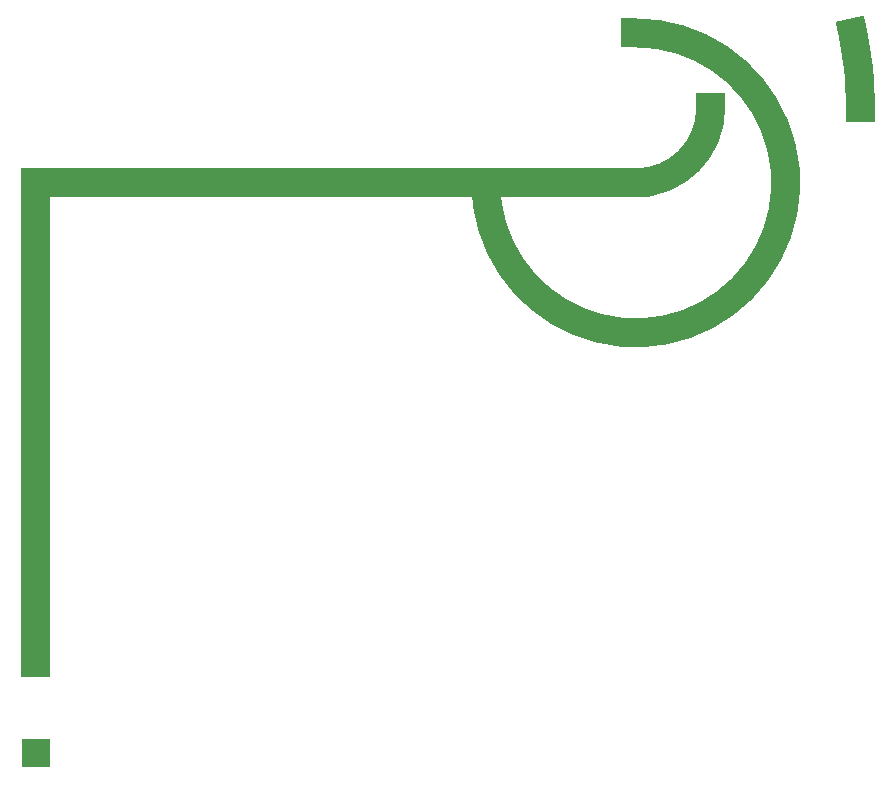
<source format=gbr>
%MOIN*%
%FSLAX34Y34*%
%ADD1R,0.0960X0.0960*%
%ADD2R,0.0960X0.0960*%
%ADD3R,0.0960X0.0960*%
%ADD4R,0.0960X0.0960*%
%ADD5R,0.0960X0.0960*%
%ADD6R,0.0960X0.0960*%
%ADD7R,0.0960X0.0960*%
%ADD8R,0.0960X0.0960*%
%ADD9R,0.0960X0.0960*%
%ADD10C,0.0960*%

G04 From Gerber spec, section 4.10.1 - AD - Aperture Definition *
G04 "The D-codes 0 to 9 are reserved and cannot be used for apertures." *

D9*
G01*
X10000Y2000D03*
X10000Y5000D02*
Y21000D01*
X30000D01*

G03*
G74*
X32500Y23500J2500*
X30000Y26000I-2500*
G75* 

G02*
X25000Y21000J-5000*
M02*

</source>
